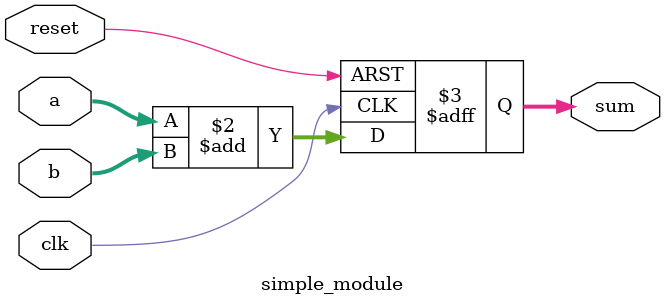
<source format=v>
module simple_module (
    input wire clk,
    input wire reset,
    input wire [7:0] a,
    input wire [7:0] b,
    output reg [7:0] sum
);
    always @(posedge clk or posedge reset) begin
        if (reset)
            sum <= 0;
        else
            sum <= a + b;
    end
endmodule


</source>
